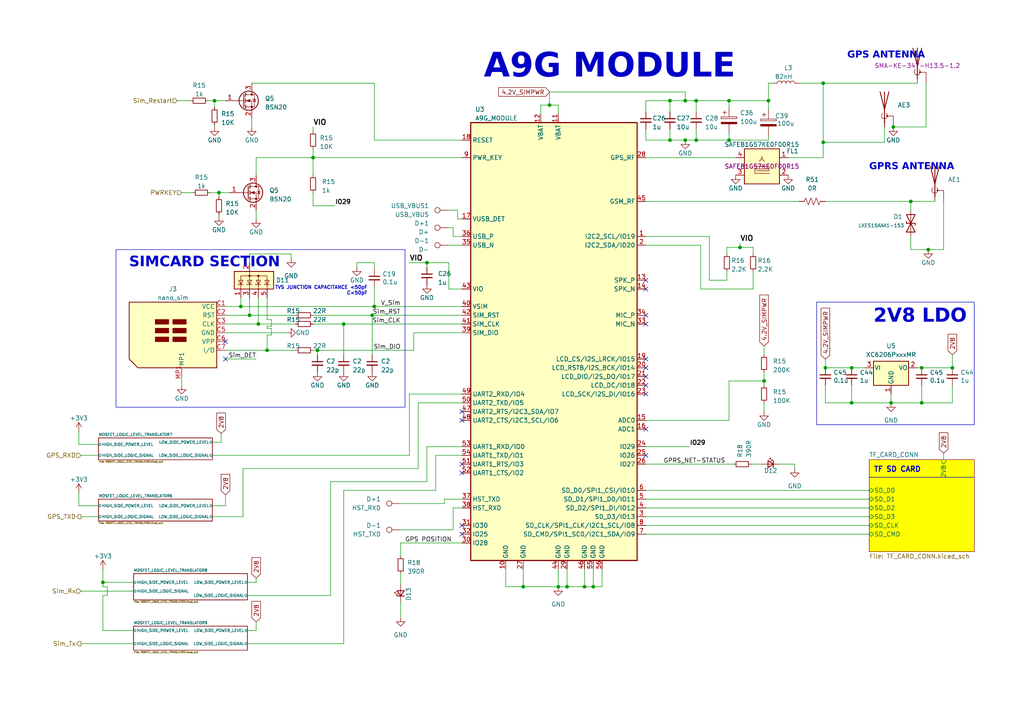
<source format=kicad_sch>
(kicad_sch (version 20230121) (generator eeschema)
  (paper "A4")
  (junction (at 161.925 170.18))
  (junction (at 267.335 116.84))
  (junction (at 69.85 88.9))
  (junction (at 172.085 170.18))
  (junction (at 151.765 170.18))
  (junction (at 269.24 72.39))
  (junction (at 194.31 29.21))
  (junction (at 222.885 29.21))
  (junction (at 194.31 40.64))
  (junction (at 247.015 106.68))
  (junction (at 92.075 101.6))
  (junction (at 276.225 106.68))
  (junction (at 29.845 168.91))
  (junction (at 159.385 30.48))
  (junction (at 198.755 40.64))
  (junction (at 214.63 71.755))
  (junction (at 108.585 88.9))
  (junction (at 238.76 41.275))
  (junction (at 221.615 110.49))
  (junction (at 247.015 116.84))
  (junction (at 211.455 40.64))
  (junction (at 99.695 93.98))
  (junction (at 264.16 58.42))
  (junction (at 63.5 55.88))
  (junction (at 107.95 91.44))
  (junction (at 201.93 29.21))
  (junction (at 123.825 76.2))
  (junction (at 239.395 106.68))
  (junction (at 62.23 29.21))
  (junction (at 258.445 116.84))
  (junction (at 90.805 45.72))
  (junction (at 201.93 40.64))
  (junction (at 74.93 93.98))
  (junction (at 72.39 91.44))
  (junction (at 198.755 29.21))
  (junction (at 267.335 106.68))
  (junction (at 259.08 36.83))
  (junction (at 164.465 170.18))
  (junction (at 77.47 101.6))
  (junction (at 211.455 29.21))
  (junction (at 169.545 170.18))
  (junction (at 238.76 24.13))
  (no_connect (at 187.325 111.76))
  (no_connect (at 187.325 91.44))
  (no_connect (at 187.325 104.14))
  (no_connect (at 133.985 119.38))
  (no_connect (at 187.325 83.82))
  (no_connect (at 187.325 114.3))
  (no_connect (at 187.325 132.08))
  (no_connect (at 187.325 109.22))
  (no_connect (at 133.985 134.62))
  (no_connect (at 133.985 154.94))
  (no_connect (at 187.325 124.46))
  (no_connect (at 187.325 93.98))
  (no_connect (at 187.325 81.28))
  (no_connect (at 133.985 121.92))
  (no_connect (at 65.405 99.06))
  (no_connect (at 133.985 137.16))
  (no_connect (at 65.405 104.14))
  (no_connect (at 187.325 106.68))
  (no_connect (at 133.985 152.4))
  (wire (pts (xy 108.585 76.2) (xy 108.585 78.105)))
  (wire (pts (xy 90.805 45.72) (xy 133.985 45.72)))
  (wire (pts (xy 211.455 110.49) (xy 221.615 110.49)))
  (wire (pts (xy 73.025 34.29) (xy 73.025 36.83)))
  (wire (pts (xy 74.295 182.88) (xy 71.755 182.88)))
  (wire (pts (xy 107.95 102.87) (xy 107.95 91.44)))
  (wire (pts (xy 159.385 26.67) (xy 198.755 26.67)))
  (wire (pts (xy 62.23 31.115) (xy 62.23 29.21)))
  (wire (pts (xy 90.805 93.98) (xy 99.695 93.98)))
  (wire (pts (xy 267.335 106.68) (xy 276.225 106.68)))
  (wire (pts (xy 108.585 24.13) (xy 108.585 40.64)))
  (wire (pts (xy 264.16 60.96) (xy 264.16 58.42)))
  (wire (pts (xy 126.365 142.24) (xy 99.695 142.24)))
  (wire (pts (xy 273.685 131.445) (xy 273.685 133.35)))
  (wire (pts (xy 198.755 26.67) (xy 198.755 29.21)))
  (wire (pts (xy 200.025 129.54) (xy 187.325 129.54)))
  (wire (pts (xy 63.5 55.88) (xy 66.675 55.88)))
  (wire (pts (xy 264.16 72.39) (xy 269.24 72.39)))
  (wire (pts (xy 90.805 36.83) (xy 90.805 38.1)))
  (wire (pts (xy 62.23 36.83) (xy 62.23 36.195)))
  (wire (pts (xy 187.325 58.42) (xy 231.775 58.42)))
  (wire (pts (xy 264.16 58.42) (xy 271.145 58.42)))
  (wire (pts (xy 77.47 95.25) (xy 78.74 95.25)))
  (wire (pts (xy 222.885 31.75) (xy 222.885 29.21)))
  (wire (pts (xy 221.615 110.49) (xy 221.615 111.76)))
  (wire (pts (xy 71.755 172.72) (xy 95.885 172.72)))
  (wire (pts (xy 239.395 58.42) (xy 264.16 58.42)))
  (wire (pts (xy 23.495 149.86) (xy 28.575 149.86)))
  (wire (pts (xy 71.755 186.69) (xy 99.695 186.69)))
  (wire (pts (xy 164.465 165.1) (xy 164.465 170.18)))
  (wire (pts (xy 239.395 106.68) (xy 247.015 106.68)))
  (wire (pts (xy 201.93 37.465) (xy 201.93 40.64)))
  (wire (pts (xy 65.405 91.44) (xy 72.39 91.44)))
  (wire (pts (xy 22.86 128.905) (xy 28.575 128.905)))
  (wire (pts (xy 123.825 129.54) (xy 133.985 129.54)))
  (wire (pts (xy 238.76 24.13) (xy 266.065 24.13)))
  (wire (pts (xy 132.715 60.96) (xy 132.715 63.5)))
  (wire (pts (xy 130.175 71.12) (xy 133.985 71.12)))
  (wire (pts (xy 194.31 29.21) (xy 194.31 32.385)))
  (wire (pts (xy 203.2 83.82) (xy 203.2 71.12)))
  (wire (pts (xy 276.225 116.84) (xy 276.225 111.76)))
  (wire (pts (xy 65.405 93.98) (xy 74.93 93.98)))
  (wire (pts (xy 222.885 29.21) (xy 211.455 29.21)))
  (wire (pts (xy 258.445 116.84) (xy 258.445 114.3)))
  (wire (pts (xy 108.585 40.64) (xy 133.985 40.64)))
  (wire (pts (xy 203.2 83.82) (xy 218.44 83.82)))
  (wire (pts (xy 74.93 93.98) (xy 85.725 93.98)))
  (wire (pts (xy 198.755 40.64) (xy 201.93 40.64)))
  (wire (pts (xy 187.325 147.32) (xy 252.095 147.32)))
  (wire (pts (xy 269.24 72.39) (xy 273.685 72.39)))
  (wire (pts (xy 130.175 66.04) (xy 131.445 66.04)))
  (wire (pts (xy 51.435 29.21) (xy 55.245 29.21)))
  (wire (pts (xy 151.765 165.1) (xy 151.765 170.18)))
  (wire (pts (xy 74.93 86.36) (xy 74.93 93.98)))
  (wire (pts (xy 116.205 166.37) (xy 116.205 169.545)))
  (wire (pts (xy 161.925 30.48) (xy 161.925 33.02)))
  (wire (pts (xy 52.705 55.88) (xy 55.88 55.88)))
  (wire (pts (xy 123.825 139.7) (xy 123.825 129.54)))
  (wire (pts (xy 205.74 68.58) (xy 205.74 81.28)))
  (wire (pts (xy 131.445 147.32) (xy 133.985 147.32)))
  (wire (pts (xy 130.175 76.2) (xy 130.175 83.82)))
  (wire (pts (xy 31.115 172.72) (xy 31.115 170.18)))
  (wire (pts (xy 64.135 125.73) (xy 64.135 128.27)))
  (wire (pts (xy 201.93 29.21) (xy 211.455 29.21)))
  (wire (pts (xy 120.015 96.52) (xy 120.015 101.6)))
  (wire (pts (xy 123.825 76.2) (xy 130.175 76.2)))
  (wire (pts (xy 198.755 29.21) (xy 201.93 29.21)))
  (wire (pts (xy 84.455 73.66) (xy 84.455 74.93)))
  (wire (pts (xy 65.405 88.9) (xy 69.85 88.9)))
  (wire (pts (xy 77.47 94.615) (xy 77.47 95.25)))
  (wire (pts (xy 217.805 134.62) (xy 220.98 134.62)))
  (wire (pts (xy 226.06 134.62) (xy 230.505 134.62)))
  (wire (pts (xy 159.385 30.48) (xy 161.925 30.48)))
  (wire (pts (xy 90.805 45.72) (xy 90.805 50.8)))
  (wire (pts (xy 214.63 70.485) (xy 214.63 71.755)))
  (wire (pts (xy 116.205 157.48) (xy 133.985 157.48)))
  (wire (pts (xy 78.74 97.155) (xy 77.47 97.155)))
  (wire (pts (xy 99.695 142.24) (xy 99.695 186.69)))
  (wire (pts (xy 116.205 153.67) (xy 131.445 153.67)))
  (wire (pts (xy 90.805 91.44) (xy 107.95 91.44)))
  (wire (pts (xy 52.705 109.22) (xy 52.705 111.76)))
  (wire (pts (xy 72.39 91.44) (xy 72.39 86.36)))
  (wire (pts (xy 65.405 104.14) (xy 74.295 104.14)))
  (wire (pts (xy 256.54 41.275) (xy 238.76 41.275)))
  (wire (pts (xy 128.905 146.05) (xy 116.205 146.05)))
  (wire (pts (xy 133.985 144.78) (xy 128.905 144.78)))
  (wire (pts (xy 187.325 154.94) (xy 252.095 154.94)))
  (wire (pts (xy 130.175 83.82) (xy 133.985 83.82)))
  (wire (pts (xy 29.845 165.1) (xy 29.845 168.91)))
  (wire (pts (xy 247.015 116.84) (xy 258.445 116.84)))
  (wire (pts (xy 172.085 170.18) (xy 174.625 170.18)))
  (wire (pts (xy 29.845 172.72) (xy 31.115 172.72)))
  (wire (pts (xy 156.845 30.48) (xy 156.845 33.02)))
  (wire (pts (xy 77.47 86.36) (xy 77.47 92.71)))
  (wire (pts (xy 61.595 128.27) (xy 64.135 128.27)))
  (wire (pts (xy 211.455 121.92) (xy 211.455 110.49)))
  (wire (pts (xy 70.485 135.89) (xy 70.485 149.86)))
  (wire (pts (xy 187.325 121.92) (xy 211.455 121.92)))
  (wire (pts (xy 266.065 106.68) (xy 267.335 106.68)))
  (wire (pts (xy 65.405 101.6) (xy 77.47 101.6)))
  (wire (pts (xy 74.295 167.64) (xy 74.295 168.91)))
  (wire (pts (xy 169.545 165.1) (xy 169.545 170.18)))
  (wire (pts (xy 132.715 63.5) (xy 133.985 63.5)))
  (wire (pts (xy 77.47 94.615) (xy 78.74 94.615)))
  (wire (pts (xy 95.885 139.7) (xy 123.825 139.7)))
  (wire (pts (xy 264.16 68.58) (xy 264.16 72.39)))
  (wire (pts (xy 90.805 43.18) (xy 90.805 45.72)))
  (wire (pts (xy 69.85 88.9) (xy 69.85 86.36)))
  (wire (pts (xy 131.445 66.04) (xy 131.445 68.58)))
  (wire (pts (xy 73.025 24.13) (xy 108.585 24.13)))
  (wire (pts (xy 22.86 142.875) (xy 22.86 146.685)))
  (wire (pts (xy 108.585 83.185) (xy 108.585 88.9)))
  (wire (pts (xy 74.295 45.72) (xy 90.805 45.72)))
  (wire (pts (xy 239.395 104.14) (xy 239.395 106.68)))
  (wire (pts (xy 239.395 111.76) (xy 239.395 116.84)))
  (wire (pts (xy 164.465 170.18) (xy 169.545 170.18)))
  (wire (pts (xy 131.445 68.58) (xy 133.985 68.58)))
  (wire (pts (xy 126.365 132.08) (xy 126.365 142.24)))
  (wire (pts (xy 273.685 58.42) (xy 273.685 72.39)))
  (wire (pts (xy 198.755 29.21) (xy 194.31 29.21)))
  (wire (pts (xy 74.295 50.8) (xy 74.295 45.72)))
  (wire (pts (xy 210.82 71.755) (xy 210.82 73.66)))
  (wire (pts (xy 221.615 119.38) (xy 221.615 116.84)))
  (wire (pts (xy 131.445 153.67) (xy 131.445 147.32)))
  (wire (pts (xy 187.325 134.62) (xy 212.725 134.62)))
  (wire (pts (xy 133.985 132.08) (xy 126.365 132.08)))
  (wire (pts (xy 95.885 172.72) (xy 95.885 139.7)))
  (wire (pts (xy 90.805 101.6) (xy 92.075 101.6)))
  (wire (pts (xy 238.76 41.275) (xy 238.76 45.72)))
  (wire (pts (xy 259.08 36.83) (xy 268.605 36.83)))
  (wire (pts (xy 65.405 146.685) (xy 61.595 146.685)))
  (wire (pts (xy 238.76 24.13) (xy 238.76 41.275)))
  (wire (pts (xy 174.625 170.18) (xy 174.625 165.1)))
  (wire (pts (xy 128.905 144.78) (xy 128.905 146.05)))
  (wire (pts (xy 161.925 170.18) (xy 164.465 170.18)))
  (wire (pts (xy 77.47 101.6) (xy 85.725 101.6)))
  (wire (pts (xy 218.44 73.66) (xy 218.44 71.755)))
  (wire (pts (xy 133.985 116.84) (xy 121.285 116.84)))
  (wire (pts (xy 211.455 31.115) (xy 211.455 29.21)))
  (wire (pts (xy 60.96 55.88) (xy 63.5 55.88)))
  (wire (pts (xy 107.95 91.44) (xy 133.985 91.44)))
  (wire (pts (xy 23.495 132.08) (xy 28.575 132.08)))
  (wire (pts (xy 74.295 180.34) (xy 74.295 182.88)))
  (wire (pts (xy 116.205 174.625) (xy 116.205 179.07)))
  (polyline (pts (xy 252.095 138.43) (xy 282.575 138.43)))
  (wire (pts (xy 121.285 135.89) (xy 70.485 135.89)))
  (wire (pts (xy 187.325 149.86) (xy 252.095 149.86)))
  (wire (pts (xy 159.385 30.48) (xy 156.845 30.48)))
  (wire (pts (xy 63.5 62.865) (xy 63.5 62.23)))
  (wire (pts (xy 224.155 24.13) (xy 222.885 24.13)))
  (wire (pts (xy 118.745 76.2) (xy 123.825 76.2)))
  (wire (pts (xy 214.63 71.755) (xy 210.82 71.755)))
  (wire (pts (xy 90.805 59.69) (xy 97.155 59.69)))
  (wire (pts (xy 211.455 40.64) (xy 211.455 38.735)))
  (wire (pts (xy 118.745 114.3) (xy 133.985 114.3)))
  (wire (pts (xy 60.325 29.21) (xy 62.23 29.21)))
  (wire (pts (xy 222.885 39.37) (xy 222.885 40.64)))
  (wire (pts (xy 23.495 186.69) (xy 38.735 186.69)))
  (wire (pts (xy 187.325 68.58) (xy 205.74 68.58)))
  (wire (pts (xy 63.5 57.15) (xy 63.5 55.88)))
  (wire (pts (xy 146.685 170.18) (xy 151.765 170.18)))
  (wire (pts (xy 62.23 29.21) (xy 65.405 29.21)))
  (wire (pts (xy 130.175 60.96) (xy 132.715 60.96)))
  (wire (pts (xy 230.505 134.62) (xy 230.505 135.89)))
  (wire (pts (xy 78.74 95.25) (xy 78.74 97.155)))
  (wire (pts (xy 211.455 40.64) (xy 222.885 40.64)))
  (wire (pts (xy 118.745 132.08) (xy 118.745 114.3)))
  (wire (pts (xy 28.575 146.685) (xy 22.86 146.685)))
  (wire (pts (xy 218.44 78.74) (xy 218.44 83.82)))
  (wire (pts (xy 159.385 26.67) (xy 159.385 30.48)))
  (wire (pts (xy 187.325 45.72) (xy 213.36 45.72)))
  (wire (pts (xy 31.115 170.18) (xy 29.845 170.18)))
  (wire (pts (xy 221.615 100.33) (xy 221.615 102.87)))
  (wire (pts (xy 194.31 37.465) (xy 194.31 40.64)))
  (wire (pts (xy 151.765 170.18) (xy 161.925 170.18)))
  (wire (pts (xy 103.505 76.2) (xy 108.585 76.2)))
  (wire (pts (xy 65.405 143.51) (xy 65.405 146.685)))
  (wire (pts (xy 161.925 165.1) (xy 161.925 170.18)))
  (wire (pts (xy 194.31 40.64) (xy 198.755 40.64)))
  (wire (pts (xy 221.615 107.95) (xy 221.615 110.49)))
  (wire (pts (xy 78.74 92.71) (xy 78.74 94.615)))
  (wire (pts (xy 77.47 92.71) (xy 78.74 92.71)))
  (wire (pts (xy 205.74 81.28) (xy 210.82 81.28)))
  (wire (pts (xy 92.075 101.6) (xy 92.075 102.87)))
  (wire (pts (xy 116.205 157.48) (xy 116.205 161.29)))
  (wire (pts (xy 90.805 55.88) (xy 90.805 59.69)))
  (wire (pts (xy 203.2 71.12) (xy 187.325 71.12)))
  (wire (pts (xy 121.285 116.84) (xy 121.285 135.89)))
  (wire (pts (xy 133.985 96.52) (xy 120.015 96.52)))
  (wire (pts (xy 187.325 37.465) (xy 187.325 40.64)))
  (wire (pts (xy 222.885 24.13) (xy 222.885 29.21)))
  (wire (pts (xy 65.405 96.52) (xy 83.185 96.52)))
  (wire (pts (xy 29.845 172.72) (xy 29.845 182.88)))
  (wire (pts (xy 99.695 102.87) (xy 99.695 93.98)))
  (wire (pts (xy 218.44 71.755) (xy 214.63 71.755)))
  (wire (pts (xy 194.31 29.21) (xy 187.325 29.21)))
  (wire (pts (xy 239.395 116.84) (xy 247.015 116.84)))
  (wire (pts (xy 103.505 77.47) (xy 103.505 76.2)))
  (wire (pts (xy 187.325 40.64) (xy 194.31 40.64)))
  (wire (pts (xy 187.325 29.21) (xy 187.325 32.385)))
  (wire (pts (xy 108.585 88.9) (xy 133.985 88.9)))
  (wire (pts (xy 247.015 106.68) (xy 250.825 106.68)))
  (wire (pts (xy 72.39 73.66) (xy 72.39 76.2)))
  (wire (pts (xy 210.82 78.74) (xy 210.82 81.28)))
  (wire (pts (xy 99.695 93.98) (xy 133.985 93.98)))
  (wire (pts (xy 29.845 168.91) (xy 29.845 170.18)))
  (wire (pts (xy 38.735 168.91) (xy 29.845 168.91)))
  (wire (pts (xy 187.325 142.24) (xy 252.095 142.24)))
  (wire (pts (xy 23.495 171.45) (xy 38.735 171.45)))
  (wire (pts (xy 38.735 182.88) (xy 29.845 182.88)))
  (wire (pts (xy 74.295 60.96) (xy 74.295 63.5)))
  (wire (pts (xy 77.47 97.155) (xy 77.47 101.6)))
  (wire (pts (xy 69.85 88.9) (xy 108.585 88.9)))
  (wire (pts (xy 228.6 45.72) (xy 238.76 45.72)))
  (wire (pts (xy 268.605 36.83) (xy 268.605 24.13)))
  (wire (pts (xy 61.595 149.86) (xy 70.485 149.86)))
  (wire (pts (xy 172.085 165.1) (xy 172.085 170.18)))
  (wire (pts (xy 267.335 111.76) (xy 267.335 116.84)))
  (wire (pts (xy 201.93 40.64) (xy 211.455 40.64)))
  (wire (pts (xy 247.015 111.76) (xy 247.015 116.84)))
  (wire (pts (xy 71.755 168.91) (xy 74.295 168.91)))
  (wire (pts (xy 201.93 29.21) (xy 201.93 32.385)))
  (wire (pts (xy 256.54 36.83) (xy 256.54 41.275)))
  (wire (pts (xy 276.225 102.87) (xy 276.225 106.68)))
  (wire (pts (xy 146.685 165.1) (xy 146.685 170.18)))
  (wire (pts (xy 258.445 116.84) (xy 267.335 116.84)))
  (wire (pts (xy 187.325 144.78) (xy 252.095 144.78)))
  (wire (pts (xy 267.335 116.84) (xy 276.225 116.84)))
  (wire (pts (xy 72.39 91.44) (xy 85.725 91.44)))
  (wire (pts (xy 238.76 24.13) (xy 231.775 24.13)))
  (wire (pts (xy 84.455 73.66) (xy 72.39 73.66)))
  (wire (pts (xy 22.86 125.095) (xy 22.86 128.905)))
  (wire (pts (xy 169.545 170.18) (xy 172.085 170.18)))
  (wire (pts (xy 92.075 101.6) (xy 120.015 101.6)))
  (wire (pts (xy 123.825 76.2) (xy 123.825 77.47)))
  (wire (pts (xy 187.325 152.4) (xy 252.095 152.4)))
  (wire (pts (xy 61.595 132.08) (xy 118.745 132.08)))
  (rectangle (start 236.855 87.63) (end 282.575 123.19))
  (rectangle (start 33.655 72.39) (end 117.475 118.11))
  (text "GPS ANTENNA" (at 245.745 17.78 0) (effects (font (size 2 2) (thickness 0.4) bold) (justify left bottom)))
  (text "SIMCARD SECTION" (at 37.465 78.74 0) (effects (font (size 3 3) (thickness 0.6) bold) (justify left bottom)))
  (text "TVS JUNCTION CAPACITANCE <50pF\nC<50pF" (at 106.68 85.725 0) (effects (font (size 1 1) bold) (justify right bottom)))
  (text "2V8 LDO" (at 253.365 95.25 0) (effects (font (size 4 4) bold) (justify left bottom)))
  (text "A9G MODULE" (at 140.335 25.4 0) (effects (font (size 7 7) bold) (justify left bottom)))
  (text "TF SD CARD" (at 253.365 137.16 0) (effects (font (size 1.5 1.5) (thickness 0.3) bold) (justify left bottom)))
  (text "GPRS ANTENNA" (at 252.095 50.165 0) (effects (font (size 2 2) (thickness 0.4) bold) (justify left bottom)))
  (label "IO29" (at 97.155 59.69 0) (effects (font bold)))
  (label "IO29" (at 200.025 129.54 0) (effects (font bold)))
  (label "Sim_CLK" (at 116.205 93.98 180))
  (label "Sim_RST" (at 116.205 91.44 180))
  (label "Sim_DET" (at 74.295 104.14 180))
  (label "Sim_DIO" (at 116.205 101.6 180))
  (label "VIO" (at 214.63 70.485 0) (effects (font (size 1.5 1.5) (thickness 0.3) bold)))
  (label "VIO" (at 118.745 76.2 0) (effects (font (size 1.5 1.5) (thickness 0.3) bold)))
  (label "GPRS_NET-STATUS" (at 192.405 134.62 0))
  (label "V_Sim" (at 116.205 88.9 180))
  (label "GPS POSITION" (at 117.475 157.48 0))
  (label "VIO" (at 90.805 36.83 0) (effects (font (size 1.5 1.5) (thickness 0.3) bold)))
  (global_label "2V8" (shape input) (at 64.135 125.73 90) (property "Intersheetrefs" "${INTERSHEET_REFS}" (effects hide)))
  (global_label "2V8" (shape input) (at 273.685 131.445 90) (property "Intersheetrefs" "${INTERSHEET_REFS}" (effects hide)))
  (global_label "4.2V_SIMPWR" (shape input) (at 239.395 104.14 90) (property "Intersheetrefs" "${INTERSHEET_REFS}" (effects hide)))
  (global_label "2V8" (shape input) (at 65.405 143.51 90) (property "Intersheetrefs" "${INTERSHEET_REFS}" (effects hide)))
  (global_label "4.2V_SIMPWR" (shape input) (at 159.385 26.67 180) (property "Intersheetrefs" "${INTERSHEET_REFS}" (effects hide)))
  (global_label "4.2V_SIMPWR" (shape input) (at 221.615 100.33 90) (property "Intersheetrefs" "${INTERSHEET_REFS}" (effects hide)))
  (global_label "2V8" (shape input) (at 74.295 167.64 90) (property "Intersheetrefs" "${INTERSHEET_REFS}" (effects hide)))
  (global_label "2V8" (shape input) (at 74.295 180.34 90) (property "Intersheetrefs" "${INTERSHEET_REFS}" (effects hide)))
  (global_label "2V8" (shape input) (at 276.225 102.87 90) (property "Intersheetrefs" "${INTERSHEET_REFS}" (effects hide)))
  (hierarchical_label "PWRKEY" (shape input) (at 52.705 55.88 180))
  (hierarchical_label "GPS_TXD" (shape output) (at 23.495 149.86 180))
  (hierarchical_label "Sim_Restart" (shape input) (at 51.435 29.21 180))
  (hierarchical_label "Sim_Rx" (shape input) (at 23.495 171.45 180))
  (hierarchical_label "GPS_RXD" (shape input) (at 23.495 132.08 180))
  (hierarchical_label "Sim_Tx" (shape output) (at 23.495 186.69 180))
  (symbol (lib_id "Device:Antenna_Shield") (at 256.54 31.75 0) (unit 1)
    (property "Reference" "AE3" (at 260.35 30.48 0) (effects (justify left)))
    (property "Value" "Antenna_Shield" (effects hide))
    (property "Footprint" "greencharge-footprints:UFL_COAX_CONN23370191" (effects hide))
  )
  (symbol (lib_id "Transistor_FET:BSN20") (at 71.755 55.88 0) (unit 1)
    (property "Reference" "Q5" (at 78.105 55.245 0) (effects (justify left)))
    (property "Value" "BSN20" (at 78.105 57.785 0) (effects (justify left)))
    (property "Footprint" "Package_TO_SOT_SMD:SOT-23" (effects hide))
    (property "Datasheet" "http://www.diodes.com/assets/Datasheets/ds31898.pdf" (effects hide))
    (instances (project "SIM7000G_GPS_GPRS_MODULE" (path "" (reference "Q5") (unit 1))) (project "GPS_MODULE_V3.kicad_pro" (path "" (reference "Q3") (unit 1))) (project "proxy_obdII_logger_hardware" (path "" (reference "Q5") (unit 1))) (project "Weather_Station_Project" (path "" (reference "Q5") (unit 1))) (project "BIM_PCB" (path "" (reference "Q6") (unit 1))) (project "SIM_Module_Interface" (path "" (reference "Q5") (unit 1))) (project "ELIESTER_V2" (path "" (reference "Q8") (unit 1))))
  )
  (symbol (lib_id "Device:R_Small") (at 90.805 53.34 180) (unit 1)
    (property "Reference" "R15" (at 93.345 52.705 0) (effects (justify right)))
    (property "Value" "1k" (at 93.345 55.245 0) (effects (justify right)))
    (property "Footprint" "Resistor_SMD:R_0402_1005Metric" (effects hide))
    (instances (project "SIM7000G_GPS_GPRS_MODULE" (path "" (reference "R15") (unit 1))) (project "GPS_MODULE_V3.kicad_pro" (path "" (reference "R12") (unit 1))) (project "proxy_obdII_logger_hardware" (path "" (reference "R15") (unit 1))) (project "Weather_Station_Project" (path "" (reference "R15") (unit 1))) (project "BIM_PCB" (path "" (reference "R23") (unit 1))) (project "SIM_Module_Interface" (path "" (reference "R15") (unit 1))) (project "ELIESTER_V2" (path "" (reference "R60") (unit 1))))
  )
  (symbol (lib_id "Device:R_Small") (at 90.805 40.64 180) (unit 1)
    (property "Reference" "R15" (at 92.71 40.005 0) (effects (justify right)))
    (property "Value" "10K" (at 92.71 42.545 0) (effects (justify right)))
    (property "Footprint" "Resistor_SMD:R_0402_1005Metric" (effects hide))
    (instances (project "SIM7000G_GPS_GPRS_MODULE" (path "" (reference "R15") (unit 1))) (project "GPS_MODULE_V3.kicad_pro" (path "" (reference "R11") (unit 1))) (project "proxy_obdII_logger_hardware" (path "" (reference "R15") (unit 1))) (project "Weather_Station_Project" (path "" (reference "R16") (unit 1))) (project "BIM_PCB" (path "" (reference "R22") (unit 1))) (project "SIM_Module_Interface" (path "" (reference "R15") (unit 1))) (project "ELIESTER_V2" (path "" (reference "R61") (unit 1))))
  )
  (symbol (lib_id "Device:R_Small") (at 63.5 59.69 180) (unit 1)
    (property "Reference" "R15" (at 65.405 59.055 0) (effects (justify right)))
    (property "Value" "10K" (at 65.405 61.595 0) (effects (justify right)))
    (property "Footprint" "Resistor_SMD:R_0402_1005Metric" (effects hide))
    (instances (project "SIM7000G_GPS_GPRS_MODULE" (path "" (reference "R15") (unit 1))) (project "GPS_MODULE_V3.kicad_pro" (path "" (reference "R14") (unit 1))) (project "proxy_obdII_logger_hardware" (path "" (reference "R15") (unit 1))) (project "Weather_Station_Project" (path "" (reference "R16") (unit 1))) (project "BIM_PCB" (path "" (reference "R25") (unit 1))) (project "SIM_Module_Interface" (path "" (reference "R15") (unit 1))) (project "ELIESTER_V2" (path "" (reference "R61") (unit 1))))
  )
  (symbol (lib_id "Device:LED_Small") (at 223.52 134.62 0) (mirror y) (unit 1)
    (property "Reference" "D12" (at 223.52 136.525 0))
    (property "Value" "ORANGE" (effects hide))
    (property "Footprint" "LED_SMD:LED_0402_1005Metric" (effects hide))
    (instances (project "SIM7000G_GPS_GPRS_MODULE" (path "" (reference "D12") (unit 1))) (project "GPS_MODULE_V3.kicad_pro" (path "" (reference "D8") (unit 1))) (project "proxy_obdII_logger_hardware" (path "" (reference "D12") (unit 1))) (project "Weather_Station_Project" (path "" (reference "D3") (unit 1))) (project "BIM_PCB" (path "" (reference "D5") (unit 1))) (project "SIM_Module_Interface" (path "" (reference "D12") (unit 1))) (project "ELIESTER_V2" (path "" (reference "D20") (unit 1))))
  )
  (symbol (lib_id "power:+3V3") (at 29.845 165.1 0) (unit 1)
    (property "Reference" "#PWR035" (effects hide))
    (property "Value" "+3V3" (at 29.845 161.29 0))
    (instances (project "GPS_MODULE_V3.kicad_pro" (path "" (reference "#PWR035") (unit 1))) (project "BIM_PCB" (path "" (reference "#PWR0131") (unit 1))) (project "ELIESTER_V2" (path "" (reference "#PWR075") (unit 1))))
  )
  (symbol (lib_id "power:GND") (at 221.615 119.38 0) (unit 1)
    (property "Reference" "#PWR031" (effects hide))
    (property "Value" "GND" (at 221.615 123.19 0))
    (instances (project "SIM7000G_GPS_GPRS_MODULE" (path "" (reference "#PWR031") (unit 1))) (project "GPS_MODULE_V3.kicad_pro" (path "" (reference "#PWR031") (unit 1))) (project "proxy_obdII_logger_hardware" (path "" (reference "#PWR031") (unit 1))) (project "Weather_Station_Project" (path "" (reference "#PWR023") (unit 1))) (project "BIM_PCB" (path "" (reference "#PWR0124") (unit 1))) (project "SIM_Module_Interface" (path "" (reference "#PWR031") (unit 1))) (project "ELIESTER_V2" (path "" (reference "#PWR0154") (unit 1))))
  )
  (symbol (lib_id "Device:C_Small") (at 92.075 105.41 0) (mirror y) (unit 1)
    (property "Reference" "C2" (at 94.615 104.7813 0) (effects (justify right)))
    (property "Value" "22p" (at 94.615 107.3213 0) (effects (justify right)))
    (property "Footprint" "Capacitor_SMD:C_0402_1005Metric" (effects hide))
    (instances (project "SIM7000G_GPS_GPRS_MODULE" (path "" (reference "C2") (unit 1))) (project "GPS_MODULE_V3.kicad_pro" (path "" (reference "C21") (unit 1))) (project "Weather_Station_Project" (path "" (reference "C2") (unit 1))) (project "BIM_PCB" (path "" (reference "C18") (unit 1))) (project "ELIESTER_V2" (path "" (reference "C87") (unit 1))))
  )
  (symbol (lib_id "Connector:TestPoint") (at 116.205 146.05 90) (mirror x) (unit 1)
    (property "Reference" "D+1" (at 110.49 144.78 90) (effects (justify left)))
    (property "Value" "HST_RXD" (at 110.49 147.32 90) (effects (justify left)))
    (property "Footprint" "brilliant-kicad-library:TestPoint_Pad_D0.9mm" (effects hide))
    (instances (project "SIM7000G_GPS_GPRS_MODULE" (path "" (reference "D+1") (unit 1))) (project "GPS_MODULE_V3.kicad_pro" (path "" (reference "HST_RXD1") (unit 1))) (project "Weather_Station_Project" (path "" (reference "D+1") (unit 1))) (project "BIM_PCB" (path "" (reference "HST_RXD1") (unit 1))) (project "ELIESTER_V2" (path "" (reference "D+1") (unit 1))))
  )
  (symbol (lib_id "Device:R_Small") (at 62.23 33.655 180) (unit 1)
    (property "Reference" "R15" (at 64.135 33.02 0) (effects (justify right)))
    (property "Value" "10K" (at 64.135 35.56 0) (effects (justify right)))
    (property "Footprint" "Resistor_SMD:R_0402_1005Metric" (effects hide))
    (instances (project "SIM7000G_GPS_GPRS_MODULE" (path "" (reference "R15") (unit 1))) (project "GPS_MODULE_V3.kicad_pro" (path "" (reference "R10") (unit 1))) (project "proxy_obdII_logger_hardware" (path "" (reference "R15") (unit 1))) (project "Weather_Station_Project" (path "" (reference "R14") (unit 1))) (project "BIM_PCB" (path "" (reference "R21") (unit 1))) (project "SIM_Module_Interface" (path "" (reference "R15") (unit 1))) (project "ELIESTER_V2" (path "" (reference "R59") (unit 1))))
  )
  (symbol (lib_id "power:GND") (at 230.505 135.89 0) (unit 1)
    (property "Reference" "#PWR033" (effects hide))
    (property "Value" "GND" (at 230.505 140.97 0))
    (instances (project "GPS_MODULE_V3.kicad_pro" (path "" (reference "#PWR033") (unit 1))) (project "BIM_PCB" (path "" (reference "#PWR099") (unit 1))) (project "ELIESTER_V2" (path "" (reference "#PWR0137") (unit 1))))
  )
  (symbol (lib_id "Regulator_Linear:XC6206PxxxMR") (at 258.445 106.68 0) (unit 1)
    (property "Reference" "U5" (at 258.445 100.33 0))
    (property "Value" "XC6206PxxxMR" (at 258.445 102.87 0))
    (property "Footprint" "Package_TO_SOT_SMD:SOT-23-3" (effects hide))
    (property "Datasheet" "https://www.torexsemi.com/file/xc6206/XC6206.pdf" (effects hide))
    (instances (project "GPS_MODULE_V3.kicad_pro" (path "" (reference "U5") (unit 1))) (project "BIM_PCB" (path "" (reference "U?") (unit 1)) (path "" (reference "U17") (unit 1))))
  )
  (symbol (lib_id "Device:R_Small") (at 57.785 29.21 90) (unit 1)
    (property "Reference" "R15" (at 57.785 24.765 90))
    (property "Value" "1k" (at 57.785 27.305 90))
    (property "Footprint" "Resistor_SMD:R_0402_1005Metric" (effects hide))
    (instances (project "SIM7000G_GPS_GPRS_MODULE" (path "" (reference "R15") (unit 1))) (project "GPS_MODULE_V3.kicad_pro" (path "" (reference "R9") (unit 1))) (project "proxy_obdII_logger_hardware" (path "" (reference "R15") (unit 1))) (project "Weather_Station_Project" (path "" (reference "R6") (unit 1))) (project "BIM_PCB" (path "" (reference "R20") (unit 1))) (project "SIM_Module_Interface" (path "" (reference "R15") (unit 1))) (project "ELIESTER_V2" (path "" (reference "R58") (unit 1))))
  )
  (symbol (lib_id "Device:C_Small") (at 107.95 105.41 0) (mirror y) (unit 1)
    (property "Reference" "C2" (at 110.49 104.7813 0) (effects (justify right)))
    (property "Value" "22p" (at 110.49 107.3213 0) (effects (justify right)))
    (property "Footprint" "Capacitor_SMD:C_0402_1005Metric" (effects hide))
    (instances (project "SIM7000G_GPS_GPRS_MODULE" (path "" (reference "C2") (unit 1))) (project "GPS_MODULE_V3.kicad_pro" (path "" (reference "C23") (unit 1))) (project "Weather_Station_Project" (path "" (reference "C2") (unit 1))) (project "BIM_PCB" (path "" (reference "C20") (unit 1))) (project "ELIESTER_V2" (path "" (reference "C89") (unit 1))))
  )
  (symbol (lib_id "power:GND") (at 73.025 36.83 0) (unit 1)
    (property "Reference" "#PWR031" (effects hide))
    (property "Value" "GND" (at 73.025 40.64 0))
    (instances (project "SIM7000G_GPS_GPRS_MODULE" (path "" (reference "#PWR031") (unit 1))) (project "GPS_MODULE_V3.kicad_pro" (path "" (reference "#PWR08") (unit 1))) (project "proxy_obdII_logger_hardware" (path "" (reference "#PWR031") (unit 1))) (project "Weather_Station_Project" (path "" (reference "#PWR05") (unit 1))) (project "BIM_PCB" (path "" (reference "#PWR017") (unit 1))) (project "SIM_Module_Interface" (path "" (reference "#PWR031") (unit 1))) (project "ELIESTER_V2" (path "" (reference "#PWR0152") (unit 1))))
  )
  (symbol (lib_id "MCD_MODULES:A9G_MODULE") (at 156.845 33.02 0) (unit 1)
    (property "Reference" "U3" (at 137.795 31.75 0) (effects (justify left)))
    (property "Value" "A9G_MODULE" (at 137.795 34.29 0) (effects (justify left)))
    (property "Footprint" "MACHADA_footprints:A9G_MODULE" (effects hide))
  )
  (symbol (lib_id "Device:R_Small") (at 221.615 105.41 180) (unit 1)
    (property "Reference" "R15" (at 224.155 104.775 0) (effects (justify right)))
    (property "Value" "200K" (at 224.155 107.315 0) (effects (justify right)))
    (property "Footprint" "Resistor_SMD:R_0402_1005Metric" (effects hide))
    (instances (project "SIM7000G_GPS_GPRS_MODULE" (path "" (reference "R15") (unit 1))) (project "GPS_MODULE_V3.kicad_pro" (path "" (reference "R20") (unit 1))) (project "proxy_obdII_logger_hardware" (path "" (reference "R15") (unit 1))) (project "Weather_Station_Project" (path "" (reference "R16") (unit 1))) (project "BIM_PCB" (path "" (reference "R33") (unit 1))) (project "SIM_Module_Interface" (path "" (reference "R15") (unit 1))) (project "ELIESTER_V2" (path "" (reference "R61") (unit 1))))
  )
  (symbol (lib_id "power:GND") (at 74.295 63.5 0) (unit 1)
    (property "Reference" "#PWR031" (effects hide))
    (property "Value" "GND" (at 74.295 67.31 0))
    (instances (project "SIM7000G_GPS_GPRS_MODULE" (path "" (reference "#PWR031") (unit 1))) (project "GPS_MODULE_V3.kicad_pro" (path "" (reference "#PWR013") (unit 1))) (project "proxy_obdII_logger_hardware" (path "" (reference "#PWR031") (unit 1))) (project "Weather_Station_Project" (path "" (reference "#PWR048") (unit 1))) (project "BIM_PCB" (path "" (reference "#PWR097") (unit 1))) (project "SIM_Module_Interface" (path "" (reference "#PWR031") (unit 1))) (project "ELIESTER_V2" (path "" (reference "#PWR0155") (unit 1))))
  )
  (symbol (lib_id "fridgeduino-rescue:C_Small-Device") (at 239.395 109.22 0) (unit 1)
    (property "Reference" "C45" (at 241.7318 108.0516 0) (effects (justify left)))
    (property "Value" "0.1u" (at 241.7318 110.363 0) (effects (justify left)))
    (property "Footprint" "Capacitor_SMD:C_0402_1005Metric" (effects hide))
    (instances (project "soilpal_v2_display" (path "" (reference "C45") (unit 1))) (project "GPS_MODULE_V3.kicad_pro" (path "" (reference "C24") (unit 1))) (project "BIM_PCB" (path "" (reference "C14") (unit 1)) (path "" (reference "C?") (unit 1))) (project "sd_card" (path "" (reference "C13") (unit 1))))
  )
  (symbol (lib_id "Device:C_Small") (at 123.825 80.01 0) (unit 1)
    (property "Reference" "C26" (at 127 79.3813 0) (effects (justify left)))
    (property "Value" "1u" (at 127 81.9213 0) (effects (justify left)))
    (property "Footprint" "Capacitor_SMD:C_0402_1005Metric" (effects hide))
    (instances (project "soilpal_v2_display" (path "" (reference "C26") (unit 1))) (project "GPS_MODULE_V3.kicad_pro" (path "" (reference "C20") (unit 1))) (project "proxy_obdII_logger_hardware" (path "" (reference "C23") (unit 1))) (project "Weather_Station_Project" (path "" (reference "C23") (unit 1))) (project "BIM_PCB" (path "" (reference "C29") (unit 1))) (project "ELIESTER_V2" (path "" (reference "C?") (unit 1)) (path "" (reference "C81") (unit 1))))
  )
  (symbol (lib_id "power:GND") (at 116.205 179.07 0) (unit 1)
    (property "Reference" "#PWR037" (effects hide))
    (property "Value" "GND" (at 116.205 184.15 0))
    (instances (project "GPS_MODULE_V3.kicad_pro" (path "" (reference "#PWR037") (unit 1))) (project "BIM_PCB" (path "" (reference "#PWR0100") (unit 1))))
  )
  (symbol (lib_id "power:GND") (at 258.445 116.84 0) (mirror y) (unit 1)
    (property "Reference" "#PWR0118" (effects hide))
    (property "Value" "GND" (at 258.445 121.92 0))
    (instances (project "soilpal_v2_display" (path "" (reference "#PWR0118") (unit 1))) (project "GPS_MODULE_V3.kicad_pro" (path "" (reference "#PWR030") (unit 1))) (project "BIM_PCB" (path "" (reference "#PWR0125") (unit 1)) (path "" (reference "#PWR0125") (unit 1))))
  )
  (symbol (lib_id "power:GND") (at 259.08 36.83 0) (unit 1)
    (property "Reference" "#PWR011" (effects hide))
    (property "Value" "GND" (at 259.08 40.64 0))
  )
  (symbol (lib_id "power:GND") (at 123.825 82.55 0) (unit 1)
    (property "Reference" "#PWR031" (effects hide))
    (property "Value" "GND" (at 123.825 86.36 0))
    (instances (project "SIM7000G_GPS_GPRS_MODULE" (path "" (reference "#PWR031") (unit 1))) (project "GPS_MODULE_V3.kicad_pro" (path "" (reference "#PWR024") (unit 1))) (project "proxy_obdII_logger_hardware" (path "" (reference "#PWR031") (unit 1))) (project "Weather_Station_Project" (path "" (reference "#PWR048") (unit 1))) (project "BIM_PCB" (path "" (reference "#PWR027") (unit 1))) (project "SIM_Module_Interface" (path "" (reference "#PWR031") (unit 1))) (project "ELIESTER_V2" (path "" (reference "#PWR0155") (unit 1))))
  )
  (symbol (lib_id "Device:C_Small") (at 99.695 105.41 0) (mirror y) (unit 1)
    (property "Reference" "C2" (at 102.235 104.7813 0) (effects (justify right)))
    (property "Value" "22p" (at 102.235 107.3213 0) (effects (justify right)))
    (property "Footprint" "Capacitor_SMD:C_0402_1005Metric" (effects hide))
    (instances (project "SIM7000G_GPS_GPRS_MODULE" (path "" (reference "C2") (unit 1))) (project "GPS_MODULE_V3.kicad_pro" (path "" (reference "C22") (unit 1))) (project "Weather_Station_Project" (path "" (reference "C2") (unit 1))) (project "BIM_PCB" (path "" (reference "C19") (unit 1))) (project "ELIESTER_V2" (path "" (reference "C88") (unit 1))))
  )
  (symbol (lib_id "Device:R_Small") (at 210.82 76.2 180) (unit 1)
    (property "Reference" "R16" (at 212.09 75.565 0) (effects (justify right)))
    (property "Value" "2.2K" (at 212.09 78.105 0) (effects (justify right)))
    (property "Footprint" "Resistor_SMD:R_0402_1005Metric" (effects hide))
    (instances (project "SIM7000G_GPS_GPRS_MODULE" (path "" (reference "R16") (unit 1))) (project "GPS_MODULE_V3.kicad_pro" (path "" (reference "R15") (unit 1))) (project "proxy_obdII_logger_hardware" (path "" (reference "R16") (unit 1))) (project "Weather_Station_Project" (path "" (reference "R23") (unit 1))) (project "BIM_PCB" (path "" (reference "R26") (unit 1))) (project "SIM_Module_Interface" (path "" (reference "R16") (unit 1))) (project "ELIESTER_V2" (path "" (reference "R62") (unit 1))))
  )
  (symbol (lib_id "Device:D_TVS") (at 264.16 64.77 90) (unit 1)
    (property "Reference" "D1" (at 259.08 62.865 90) (effects (justify right)))
    (property "Value" "LXES15AAA1-153" (at 248.92 65.405 90) (effects (font (size 1 1)) (justify right)))
    (property "Footprint" "Diode_SMD:D_0402_1005Metric" (effects hide))
    (instances (project "SIM7000G_GPS_GPRS_MODULE" (path "" (reference "D1") (unit 1))) (project "GPS_MODULE_V3.kicad_pro" (path "" (reference "D6") (unit 1))) (project "Weather_Station_Project" (path "" (reference "D1") (unit 1))) (project "BIM_PCB" (path "" (reference "D3") (unit 1))) (project "ELIESTER_V2" (path "" (reference "D18") (unit 1))))
  )
  (symbol (lib_id "fridgeduino-rescue:C_Small-Device") (at 108.585 80.645 0) (unit 1)
    (property "Reference" "C19" (at 110.9218 79.4766 0) (effects (justify left)))
    (property "Value" "0.1u" (at 110.9218 81.788 0) (effects (justify left)))
    (property "Footprint" "Capacitor_SMD:C_0402_1005Metric" (effects hide))
  )
  (symbol (lib_id "Device:Antenna_Shield") (at 271.145 53.34 0) (unit 1)
    (property "Reference" "AE1" (at 274.955 52.07 0) (effects (justify left)))
    (property "Value" "Antenna_Shield" (effects hide))
    (property "Footprint" "greencharge-footprints:UFL_COAX_CONN23370191" (effects hide))
    (instances (project "SIM7000G_GPS_GPRS_MODULE" (path "" (reference "AE1") (unit 1))) (project "GPS_MODULE_V3.kicad_pro" (path "" (reference "AE2") (unit 1))) (project "proxy_obdII_logger_hardware" (path "" (reference "AE1") (unit 1))) (project "Weather_Station_Project" (path "" (reference "AE2") (unit 1))) (project "BIM_PCB" (path "" (reference "AE2") (unit 1))) (project "SIM_Module_Interface" (path "" (reference "AE1") (unit 1))) (project "ELIESTER_V2" (path "" (reference "AE2") (unit 1))))
  )
  (symbol (lib_id "power:GND") (at 62.23 36.83 0) (unit 1)
    (property "Reference" "#PWR031" (effects hide))
    (property "Value" "GND" (at 62.23 40.64 0))
    (instances (project "SIM7000G_GPS_GPRS_MODULE" (path "" (reference "#PWR031") (unit 1))) (project "GPS_MODULE_V3.kicad_pro" (path "" (reference "#PWR07") (unit 1))) (project "proxy_obdII_logger_hardware" (path "" (reference "#PWR031") (unit 1))) (project "Weather_Station_Project" (path "" (reference "#PWR04") (unit 1))) (project "BIM_PCB" (path "" (reference "#PWR07") (unit 1))) (project "SIM_Module_Interface" (path "" (reference "#PWR031") (unit 1))) (project "ELIESTER_V2" (path "" (reference "#PWR0151") (unit 1))))
  )
  (symbol (lib_id "fridgeduino-rescue:C_Small-Device") (at 247.015 109.22 0) (unit 1)
    (property "Reference" "C44" (at 249.3518 108.0516 0) (effects (justify left)))
    (property "Value" "1u" (at 249.3518 110.363 0) (effects (justify left)))
    (property "Footprint" "Capacitor_SMD:C_0402_1005Metric" (effects hide))
    (instances (project "soilpal_v2_display" (path "" (reference "C44") (unit 1))) (project "GPS_MODULE_V3.kicad_pro" (path "" (reference "C25") (unit 1))) (project "BIM_PCB" (path "" (reference "C15") (unit 1)) (path "" (reference "C?") (unit 1))) (project "sd_card" (path "" (reference "C14") (unit 1))))
  )
  (symbol (lib_id "Device:R_US") (at 235.585 58.42 90) (unit 1)
    (property "Reference" "R51" (at 235.585 52.07 90))
    (property "Value" "0R" (at 235.585 54.61 90))
    (property "Footprint" "Resistor_SMD:R_0402_1005Metric" (effects hide))
  )
  (symbol (lib_id "Device:R_Small") (at 88.265 101.6 270) (unit 1)
    (property "Reference" "R15" (at 85.09 100.33 90))
    (property "Value" "22R" (at 92.71 100.33 90))
    (property "Footprint" "Resistor_SMD:R_0402_1005Metric" (effects hide))
    (instances (project "SIM7000G_GPS_GPRS_MODULE" (path "" (reference "R15") (unit 1))) (project "GPS_MODULE_V3.kicad_pro" (path "" (reference "R19") (unit 1))) (project "proxy_obdII_logger_hardware" (path "" (reference "R15") (unit 1))) (project "Weather_Station_Project" (path "" (reference "R35") (unit 1))) (project "BIM_PCB" (path "" (reference "R30") (unit 1))) (project "SIM_Module_Interface" (path "" (reference "R15") (unit 1))) (project "ELIESTER_V2" (path "" (reference "R73") (unit 1))))
  )
  (symbol (lib_id "power:GND") (at 103.505 77.47 0) (unit 1)
    (property "Reference" "#PWR059" (effects hide))
    (property "Value" "GND" (at 103.505 81.28 0))
  )
  (symbol (lib_id "power:GND") (at 269.24 72.39 0) (unit 1)
    (property "Reference" "#PWR039" (effects hide))
    (property "Value" "GND" (at 269.24 76.2 0))
    (instances (project "SIM7000G_GPS_GPRS_MODULE" (path "" (reference "#PWR039") (unit 1))) (project "GPS_MODULE_V3.kicad_pro" (path "" (reference "#PWR09") (unit 1))) (project "proxy_obdII_logger_hardware" (path "" (reference "#PWR039") (unit 1))) (project "Weather_Station_Project" (path "" (reference "#PWR03") (unit 1))) (project "BIM_PCB" (path "" (reference "#PWR0101") (unit 1))) (project "SIM_Module_Interface" (path "" (reference "#PWR039") (unit 1))) (project "ELIESTER_V2" (path "" (reference "#PWR081") (unit 1))))
  )
  (symbol (lib_id "Device:C_Polarized") (at 222.885 35.56 0) (unit 1)
    (property "Reference" "C39" (at 224.79 33.655 0) (effects (justify left)))
    (property "Value" "100u" (at 225.425 35.814 0) (effects (justify left)))
    (property "Footprint" "Capacitor_Tantalum_SMD:CP_EIA-3216-18_Kemet-A" (effects hide))
    (property "MPN" "TLJA107M006R0800" (effects hide))
  )
  (symbol (lib_id "power:GND") (at 92.075 107.95 0) (unit 1)
    (property "Reference" "#PWR032" (effects hide))
    (property "Value" "GND" (at 92.075 111.76 0))
    (instances (project "SIM7000G_GPS_GPRS_MODULE" (path "" (reference "#PWR032") (unit 1))) (project "GPS_MODULE_V3.kicad_pro" (path "" (reference "#PWR026") (unit 1))) (project "proxy_obdII_logger_hardware" (path "" (reference "#PWR032") (unit 1))) (project "Weather_Station_Project" (path "" (reference "#PWR053") (unit 1))) (project "BIM_PCB" (path "" (reference "#PWR0106") (unit 1))) (project "SIM_Module_Interface" (path "" (reference "#PWR032") (unit 1))) (project "ELIESTER_V2" (path "" (reference "#PWR0132") (unit 1))))
  )
  (symbol (lib_id "Power_Protection:SP0504BAHT") (at 72.39 81.28 0) (mirror x) (unit 1)
    (property "Reference" "D11" (at 80.01 81.28 0) (effects (justify left)))
    (property "Value" "SP0504BAHT" (effects hide))
    (property "Footprint" "Package_TO_SOT_SMD:SOT-23-5" (effects hide))
    (property "Datasheet" "http://www.littelfuse.com/~/media/files/littelfuse/technical%20resources/documents/data%20sheets/sp05xxba.pdf" (effects hide))
    (instances (project "SIM7000G_GPS_GPRS_MODULE" (path "" (reference "D11") (unit 1))) (project "GPS_MODULE_V3.kicad_pro" (path "" (reference "D7") (unit 1))) (project "proxy_obdII_logger_hardware" (path "" (reference "D11") (unit 1))) (project "Weather_Station_Project" (path "" (reference "D7") (unit 1))) (project "BIM_PCB" (path "" (reference "D4") (unit 1))) (project "SIM_Module_Interface" (path "" (reference "D11") (unit 1))) (project "ELIESTER_V2" (path "" (reference "D21") (unit 1))))
  )
  (symbol (lib_id "Device:C_Polarized") (at 211.455 34.925 0) (unit 1)
    (property "Reference" "C36" (at 214.63 32.766 0) (effects (justify left)))
    (property "Value" "100u" (at 214.63 35.306 0) (effects (justify left)))
    (property "Footprint" "Capacitor_Tantalum_SMD:CP_EIA-3216-18_Kemet-A" (effects hide))
    (property "MPN" "TLJA107M006R0800" (effects hide))
  )
  (symbol (lib_id "power:GND") (at 228.6 50.8 0) (unit 1)
    (property "Reference" "#PWR03" (effects hide))
    (property "Value" "GND" (at 228.6 54.61 0))
  )
  (symbol (lib_id "Filter:SF14-1575F5UUC1") (at 220.98 48.26 0) (mirror y) (unit 1)
    (property "Reference" "FL1" (at 229.87 43.815 0))
    (property "Value" "SAFEB1G57KE0F00R15" (at 220.98 41.91 0))
    (property "Footprint" "Filter:Filter_1411-5_1.4x1.1mm" (effects hide))
    (property "Datasheet" "https://global.kyocera.com/prdct/electro/product/pdf/sf14_gnss.pdf" (effects hide))
    (property "MPN" "SAFEB1G57KE0F00R15" (at 220.98 48.26 0))
  )
  (symbol (lib_id "Device:R_Small") (at 221.615 114.3 180) (unit 1)
    (property "Reference" "R15" (at 224.155 113.665 0) (effects (justify right)))
    (property "Value" "100K" (at 224.155 116.205 0) (effects (justify right)))
    (property "Footprint" "Resistor_SMD:R_0402_1005Metric" (effects hide))
    (instances (project "SIM7000G_GPS_GPRS_MODULE" (path "" (reference "R15") (unit 1))) (project "GPS_MODULE_V3.kicad_pro" (path "" (reference "R21") (unit 1))) (project "proxy_obdII_logger_hardware" (path "" (reference "R15") (unit 1))) (project "Weather_Station_Project" (path "" (reference "R16") (unit 1))) (project "BIM_PCB" (path "" (reference "R34") (unit 1))) (project "SIM_Module_Interface" (path "" (reference "R15") (unit 1))) (project "ELIESTER_V2" (path "" (reference "R61") (unit 1))))
  )
  (symbol (lib_id "Device:R_Small") (at 58.42 55.88 90) (unit 1)
    (property "Reference" "R15" (at 58.42 51.435 90))
    (property "Value" "1k" (at 58.42 53.975 90))
    (property "Footprint" "Resistor_SMD:R_0402_1005Metric" (effects hide))
    (instances (project "SIM7000G_GPS_GPRS_MODULE" (path "" (reference "R15") (unit 1))) (project "GPS_MODULE_V3.kicad_pro" (path "" (reference "R13") (unit 1))) (project "proxy_obdII_logger_hardware" (path "" (reference "R15") (unit 1))) (project "Weather_Station_Project" (path "" (reference "R15") (unit 1))) (project "BIM_PCB" (path "" (reference "R24") (unit 1))) (project "SIM_Module_Interface" (path "" (reference "R15") (unit 1))) (project "ELIESTER_V2" (path "" (reference "R60") (unit 1))))
  )
  (symbol (lib_id "power:GND") (at 63.5 62.865 0) (unit 1)
    (property "Reference" "#PWR031" (effects hide))
    (property "Value" "GND" (at 63.5 66.675 0))
    (instances (project "SIM7000G_GPS_GPRS_MODULE" (path "" (reference "#PWR031") (unit 1))) (project "GPS_MODULE_V3.kicad_pro" (path "" (reference "#PWR012") (unit 1))) (project "proxy_obdII_logger_hardware" (path "" (reference "#PWR031") (unit 1))) (project "Weather_Station_Project" (path "" (reference "#PWR023") (unit 1))) (project "BIM_PCB" (path "" (reference "#PWR057") (unit 1))) (project "SIM_Module_Interface" (path "" (reference "#PWR031") (unit 1))) (project "ELIESTER_V2" (path "" (reference "#PWR0154") (unit 1))))
  )
  (symbol (lib_id "Device:R_Small") (at 215.265 134.62 90) (mirror x) (unit 1)
    (property "Reference" "R18" (at 214.63 132.715 0) (effects (justify right)))
    (property "Value" "390R" (at 217.17 132.715 0) (effects (justify right)))
    (property "Footprint" "Resistor_SMD:R_0402_1005Metric" (effects hide))
    (instances (project "SIM7000G_GPS_GPRS_MODULE" (path "" (reference "R18") (unit 1))) (project "GPS_MODULE_V3.kicad_pro" (path "" (reference "R22") (unit 1))) (project "proxy_obdII_logger_hardware" (path "" (reference "R18") (unit 1))) (project "Weather_Station_Project" (path "" (reference "R31") (unit 1))) (project "BIM_PCB" (path "" (reference "R35") (unit 1))) (project "SIM_Module_Interface" (path "" (reference "R18") (unit 1))) (project "ELIESTER_V2" (path "" (reference "R65") (unit 1))))
  )
  (symbol (lib_id "MCD_General:nano_sim_SIM8066-6-1-14-01-A") (at 52.705 96.52 0) (mirror y) (unit 1)
    (property "Reference" "J3" (at 50.165 83.82 0))
    (property "Value" "nano_sim" (at 50.165 86.36 0))
    (property "Footprint" "MACHADA_footprints:nano_sim_NSIM-2-C" (effects hide))
    (property "Datasheet" "https://www.digikey.com/en/products/detail/gct/SIM8066-6-1-14-01-A/14305253?s=N4IgTCBcDaIM4EsC2AOADANgyAugXyA" (effects hide))
    (property "MPN" "NSIM-2-C" (effects hide))
    (instances (project "GPS_MODULE_V3.kicad_pro" (path "" (reference "J3") (unit 1))) (project "BIM_PCB" (path "" (reference "J2") (unit 1))))
  )
  (symbol (lib_id "power:GND") (at 213.36 50.8 0) (unit 1)
    (property "Reference" "#PWR01" (effects hide))
    (property "Value" "GND" (at 213.36 54.61 0))
  )
  (symbol (lib_id "Connector:TestPoint") (at 130.175 60.96 90) (mirror x) (unit 1)
    (property "Reference" "USB_VBUS1" (at 124.46 59.69 90) (effects (justify left)))
    (property "Value" "USB_VBUS" (at 124.46 62.23 90) (effects (justify left)))
    (property "Footprint" "brilliant-kicad-library:TestPoint_Pad_D0.9mm" (effects hide))
  )
  (symbol (lib_id "Connector:TestPoint") (at 130.175 66.04 90) (mirror x) (unit 1)
    (property "Reference" "D+1" (at 124.46 64.77 90) (effects (justify left)))
    (property "Value" "D+" (at 124.46 67.31 90) (effects (justify left)))
    (property "Footprint" "brilliant-kicad-library:TestPoint_Pad_D0.9mm" (effects hide))
  )
  (symbol (lib_id "Device:R_Small") (at 88.265 93.98 270) (unit 1)
    (property "Reference" "R15" (at 85.09 92.71 90))
    (property "Value" "22R" (at 92.71 92.71 90))
    (property "Footprint" "Resistor_SMD:R_0402_1005Metric" (effects hide))
    (instances (project "SIM7000G_GPS_GPRS_MODULE" (path "" (reference "R15") (unit 1))) (project "GPS_MODULE_V3.kicad_pro" (path "" (reference "R18") (unit 1))) (project "proxy_obdII_logger_hardware" (path "" (reference "R15") (unit 1))) (project "Weather_Station_Project" (path "" (reference "R35") (unit 1))) (project "BIM_PCB" (path "" (reference "R29") (unit 1))) (project "SIM_Module_Interface" (path "" (reference "R15") (unit 1))) (project "ELIESTER_V2" (path "" (reference "R71") (unit 1))))
  )
  (symbol (lib_id "Device:R_Small") (at 218.44 76.2 180) (unit 1)
    (property "Reference" "R16" (at 219.71 75.565 0) (effects (justify right)))
    (property "Value" "2.2K" (at 219.71 78.105 0) (effects (justify right)))
    (property "Footprint" "Resistor_SMD:R_0402_1005Metric" (effects hide))
    (instances (project "SIM7000G_GPS_GPRS_MODULE" (path "" (reference "R16") (unit 1))) (project "GPS_MODULE_V3.kicad_pro" (path "" (reference "R16") (unit 1))) (project "proxy_obdII_logger_hardware" (path "" (reference "R16") (unit 1))) (project "Weather_Station_Project" (path "" (reference "R29") (unit 1))) (project "BIM_PCB" (path "" (reference "R27") (unit 1))) (project "SIM_Module_Interface" (path "" (reference "R16") (unit 1))) (project "ELIESTER_V2" (path "" (reference "R63") (unit 1))))
  )
  (symbol (lib_id "power:+3V3") (at 22.86 142.875 0) (unit 1)
    (property "Reference" "#PWR034" (effects hide))
    (property "Value" "+3V3" (at 22.86 139.065 0))
    (instances (project "GPS_MODULE_V3.kicad_pro" (path "" (reference "#PWR034") (unit 1))) (project "BIM_PCB" (path "" (reference "#PWR0126") (unit 1))) (project "ELIESTER_V2" (path "" (reference "#PWR076") (unit 1))))
  )
  (symbol (lib_id "fridgeduino-rescue:C_Small-Device") (at 276.225 109.22 0) (unit 1)
    (property "Reference" "C44" (at 278.5618 108.0516 0) (effects (justify left)))
    (property "Value" "1u" (at 278.5618 110.363 0) (effects (justify left)))
    (property "Footprint" "Capacitor_SMD:C_0402_1005Metric" (effects hide))
    (instances (project "soilpal_v2_display" (path "" (reference "C44") (unit 1))) (project "GPS_MODULE_V3.kicad_pro" (path "" (reference "C27") (unit 1))) (project "BIM_PCB" (path "" (reference "C17") (unit 1)) (path "" (reference "C?") (unit 1))) (project "sd_card" (path "" (reference "C14") (unit 1))))
  )
  (symbol (lib_id "Connector:TestPoint") (at 116.205 153.67 90) (mirror x) (unit 1)
    (property "Reference" "D-1" (at 110.49 152.4 90) (effects (justify left)))
    (property "Value" "HST_TXD" (at 110.49 154.94 90) (effects (justify left)))
    (property "Footprint" "brilliant-kicad-library:TestPoint_Pad_D0.9mm" (effects hide))
    (instances (project "SIM7000G_GPS_GPRS_MODULE" (path "" (reference "D-1") (unit 1))) (project "GPS_MODULE_V3.kicad_pro" (path "" (reference "HST_TXD1") (unit 1))) (project "Weather_Station_Project" (path "" (reference "D-1") (unit 1))) (project "BIM_PCB" (path "" (reference "HST_TXD1") (unit 1))) (project "ELIESTER_V2" (path "" (reference "D-1") (unit 1))))
  )
  (symbol (lib_id "power:GND") (at 52.705 111.76 0) (unit 1)
    (property "Reference" "#PWR032" (effects hide))
    (property "Value" "GND" (at 52.705 115.57 0))
    (instances (project "SIM7000G_GPS_GPRS_MODULE" (path "" (reference "#PWR032") (unit 1))) (project "GPS_MODULE_V3.kicad_pro" (path "" (reference "#PWR029") (unit 1))) (project "proxy_obdII_logger_hardware" (path "" (reference "#PWR032") (unit 1))) (project "Weather_Station_Project" (path "" (reference "#PWR053") (unit 1))) (project "BIM_PCB" (path "" (reference "#PWR0109") (unit 1))) (project "SIM_Module_Interface" (path "" (reference "#PWR032") (unit 1))) (project "ELIESTER_V2" (path "" (reference "#PWR0132") (unit 1))))
  )
  (symbol (lib_id "Device:C_Small") (at 187.325 34.925 0) (unit 1)
    (property "Reference" "C26" (at 189.23 34.29 0) (effects (justify left)))
    (property "Value" "1u" (at 189.23 36.83 0) (effects (justify left)))
    (property "Footprint" "Capacitor_SMD:C_0402_1005Metric" (effects hide))
    (instances (project "soilpal_v2_display" (path "" (reference "C26") (unit 1))) (project "GPS_MODULE_V3.kicad_pro" (path "" (reference "C4") (unit 1))) (project "proxy_obdII_logger_hardware" (path "" (reference "C23") (unit 1))) (project "Weather_Station_Project" (path "" (reference "C23") (unit 1))) (project "BIM_PCB" (path "" (reference "C23") (unit 1))) (project "ELIESTER_V2" (path "" (reference "C?") (unit 1)) (path "" (reference "C81") (unit 1))))
  )
  (symbol (lib_id "Device:Antenna_Shield") (at 266.065 19.05 0) (unit 1)
    (property "Reference" "AE2" (effects hide))
    (property "Value" "Antenna_Shield" (effects hide))
    (property "Footprint" "Connector_Coaxial:SMA_Samtec_SMA-J-P-X-ST-EM1_EdgeMount" (effects hide))
    (property "MPN" "SMA-KE-347-H13.5-1.2" (at 266.065 19.05 0))
    (instances (project "SIM7000G_GPS_GPRS_MODULE" (path "" (reference "AE2") (unit 1))) (project "GPS_MODULE_V3.kicad_pro" (path "" (reference "AE1") (unit 1))) (project "proxy_obdII_logger_hardware" (path "" (reference "AE2") (unit 1))) (project "Weather_Station_Project" (path "" (reference "AE1") (unit 1))) (project "BIM_PCB" (path "" (reference "AE1") (unit 1))) (project "SIM_Module_Interface" (path "" (reference "AE2") (unit 1))) (project "ELIESTER_V2" (path "" (reference "AE1") (unit 1))))
  )
  (symbol (lib_id "power:GND") (at 198.755 40.64 0) (unit 1)
    (property "Reference" "#PWR031" (effects hide))
    (property "Value" "GND" (at 198.755 44.45 0))
    (instances (project "SIM7000G_GPS_GPRS_MODULE" (path "" (reference "#PWR031") (unit 1))) (project "GPS_MODULE_V3.kicad_pro" (path "" (reference "#PWR010") (unit 1))) (project "proxy_obdII_logger_hardware" (path "" (reference "#PWR031") (unit 1))) (project "Weather_Station_Project" (path "" (reference "#PWR023") (unit 1))) (project "BIM_PCB" (path "" (reference "#PWR028") (unit 1))) (project "SIM_Module_Interface" (path "" (reference "#PWR031") (unit 1))) (project "ELIESTER_V2" (path "" (reference "#PWR0154") (unit 1))))
  )
  (symbol (lib_id "Device:C_Small") (at 194.31 34.925 0) (unit 1)
    (property "Reference" "C27" (at 196.215 34.29 0) (effects (justify left)))
    (property "Value" "10u" (at 196.215 36.83 0) (effects (justify left)))
    (property "Footprint" "Capacitor_SMD:C_0402_1005Metric" (effects hide))
    (instances (project "soilpal_v2_display" (path "" (reference "C27") (unit 1))) (project "GPS_MODULE_V3.kicad_pro" (path "" (reference "C11") (unit 1))) (project "proxy_obdII_logger_hardware" (path "" (reference "C23") (unit 1))) (project "Weather_Station_Project" (path "" (reference "C23") (unit 1))) (project "BIM_PCB" (path "" (reference "C26") (unit 1))) (project "ELIESTER_V2" (path "" (reference "C?") (unit 1)) (path "" (reference "C82") (unit 1))))
  )
  (symbol (lib_id "power:GND") (at 83.185 96.52 90) (unit 1)
    (property "Reference" "#PWR033" (effects hide))
    (property "Value" "GND" (at 85.725 96.52 90) (effects (justify right)))
    (instances (project "SIM7000G_GPS_GPRS_MODULE" (path "" (reference "#PWR033") (unit 1))) (project "GPS_MODULE_V3.kicad_pro" (path "" (reference "#PWR025") (unit 1))) (project "proxy_obdII_logger_hardware" (path "" (reference "#PWR033") (unit 1))) (project "Weather_Station_Project" (path "" (reference "#PWR054") (unit 1))) (project "BIM_PCB" (path "" (reference "#PWR0105") (unit 1))) (project "SIM_Module_Interface" (path "" (reference "#PWR033") (unit 1))) (project "ELIESTER_V2" (path "" (reference "#PWR0161") (unit 1))))
  )
  (symbol (lib_id "Device:LED_Small") (at 116.205 172.085 90) (unit 1)
    (property "Reference" "D13" (at 118.491 172.339 0))
    (property "Value" "BLUE" (effects hide))
    (property "Footprint" "LED_SMD:LED_0402_1005Metric" (effects hide))
    (instances (project "SIM7000G_GPS_GPRS_MODULE" (path "" (reference "D13") (unit 1))) (project "GPS_MODULE_V3.kicad_pro" (path "" (reference "D9") (unit 1))) (project "proxy_obdII_logger_hardware" (path "" (reference "D13") (unit 1))) (project "Weather_Station_Project" (path "" (reference "D2") (unit 1))) (project "BIM_PCB" (path "" (reference "D6") (unit 1))) (project "SIM_Module_Interface" (path "" (reference "D13") (unit 1))) (project "ELIESTER_V2" (path "" (reference "D19") (unit 1))))
  )
  (symbol (lib_id "Device:R_Small") (at 116.205 163.83 0) (mirror y) (unit 1)
    (property "Reference" "R18" (at 118.11 163.195 0) (effects (justify right)))
    (property "Value" "390R" (at 118.11 165.735 0) (effects (justify right)))
    (property "Footprint" "Resistor_SMD:R_0402_1005Metric" (effects hide))
    (instances (project "SIM7000G_GPS_GPRS_MODULE" (path "" (reference "R18") (unit 1))) (project "GPS_MODULE_V3.kicad_pro" (path "" (reference "R29") (unit 1))) (project "proxy_obdII_logger_hardware" (path "" (reference "R18") (unit 1))) (project "Weather_Station_Project" (path "" (reference "R31") (unit 1))) (project "BIM_PCB" (path "" (reference "R36") (unit 1))) (project "SIM_Module_Interface" (path "" (reference "R18") (unit 1))) (project "ELIESTER_V2" (path "" (reference "R66") (unit 1))))
  )
  (symbol (lib_id "power:GND") (at 99.695 107.95 0) (unit 1)
    (property "Reference" "#PWR032" (effects hide))
    (property "Value" "GND" (at 99.695 111.76 0))
    (instances (project "SIM7000G_GPS_GPRS_MODULE" (path "" (reference "#PWR032") (unit 1))) (project "GPS_MODULE_V3.kicad_pro" (path "" (reference "#PWR027") (unit 1))) (project "proxy_obdII_logger_hardware" (path "" (reference "#PWR032") (unit 1))) (project "Weather_Station_Project" (path "" (reference "#PWR053") (unit 1))) (project "BIM_PCB" (path "" (reference "#PWR0107") (unit 1))) (project "SIM_Module_Interface" (path "" (reference "#PWR032") (unit 1))) (project "ELIESTER_V2" (path "" (reference "#PWR0133") (unit 1))))
  )
  (symbol (lib_id "Device:C_Small") (at 201.93 34.925 0) (unit 1)
    (property "Reference" "C28" (at 204.47 34.2963 0) (effects (justify left)))
    (property "Value" "10u" (at 204.47 36.8363 0) (effects (justify left)))
    (property "Footprint" "Capacitor_SMD:C_0402_1005Metric" (effects hide))
    (instances (project "soilpal_v2_display" (path "" (reference "C28") (unit 1))) (project "GPS_MODULE_V3.kicad_pro" (path "" (reference "C18") (unit 1))) (project "proxy_obdII_logger_hardware" (path "" (reference "C23") (unit 1))) (project "Weather_Station_Project" (path "" (reference "C23") (unit 1))) (project "BIM_PCB" (path "" (reference "C27") (unit 1))) (project "ELIESTER_V2" (path "" (reference "C?") (unit 1)) (path "" (reference "C83") (unit 1))))
  )
  (symbol (lib_id "Device:R_Small") (at 88.265 91.44 270) (unit 1)
    (property "Reference" "R15" (at 85.09 90.17 90))
    (property "Value" "22R" (at 92.71 90.17 90))
    (property "Footprint" "Resistor_SMD:R_0402_1005Metric" (effects hide))
    (instances (project "SIM7000G_GPS_GPRS_MODULE" (path "" (reference "R15") (unit 1))) (project "GPS_MODULE_V3.kicad_pro" (path "" (reference "R17") (unit 1))) (project "proxy_obdII_logger_hardware" (path "" (reference "R15") (unit 1))) (project "Weather_Station_Project" (path "" (reference "R35") (unit 1))) (project "BIM_PCB" (path "" (reference "R28") (unit 1))) (project "SIM_Module_Interface" (path "" (reference "R15") (unit 1))) (project "ELIESTER_V2" (path "" (reference "R70") (unit 1))))
  )
  (symbol (lib_id "Connector:TestPoint") (at 130.175 71.12 90) (mirror x) (unit 1)
    (property "Reference" "D-1" (at 124.46 69.85 90) (effects (justify left)))
    (property "Value" "D-" (at 124.46 72.39 90) (effects (justify left)))
    (property "Footprint" "brilliant-kicad-library:TestPoint_Pad_D0.9mm" (effects hide))
  )
  (symbol (lib_id "Transistor_FET:BSN20") (at 70.485 29.21 0) (unit 1)
    (property "Reference" "Q5" (at 76.835 28.575 0) (effects (justify left)))
    (property "Value" "BSN20" (at 76.835 31.115 0) (effects (justify left)))
    (property "Footprint" "Package_TO_SOT_SMD:SOT-23" (effects hide))
    (property "Datasheet" "http://www.diodes.com/assets/Datasheets/ds31898.pdf" (effects hide))
    (instances (project "SIM7000G_GPS_GPRS_MODULE" (path "" (reference "Q5") (unit 1))) (project "GPS_MODULE_V3.kicad_pro" (path "" (reference "Q2") (unit 1))) (project "proxy_obdII_logger_hardware" (path "" (reference "Q5") (unit 1))) (project "Weather_Station_Project" (path "" (reference "Q2") (unit 1))) (project "BIM_PCB" (path "" (reference "Q5") (unit 1))) (project "SIM_Module_Interface" (path "" (reference "Q5") (unit 1))) (project "ELIESTER_V2" (path "" (reference "Q7") (unit 1))))
  )
  (symbol (lib_id "power:GND") (at 84.455 74.93 0) (unit 1)
    (property "Reference" "#PWR032" (effects hide))
    (property "Value" "GND" (at 84.455 80.01 0))
    (instances (project "SIM7000G_GPS_GPRS_MODULE" (path "" (reference "#PWR032") (unit 1))) (project "GPS_MODULE_V3.kicad_pro" (path "" (reference "#PWR021") (unit 1))) (project "proxy_obdII_logger_hardware" (path "" (reference "#PWR032") (unit 1))) (project "Weather_Station_Project" (path "" (reference "#PWR055") (unit 1))) (project "BIM_PCB" (path "" (reference "#PWR0104") (unit 1))) (project "SIM_Module_Interface" (path "" (reference "#PWR032") (unit 1))) (project "ELIESTER_V2" (path "" (reference "#PWR0162") (unit 1))))
  )
  (symbol (lib_id "power:GND") (at 161.925 170.18 0) (unit 1)
    (property "Reference" "#PWR036" (effects hide))
    (property "Value" "GND" (at 161.925 175.26 0))
    (instances (project "GPS_MODULE_V3.kicad_pro" (path "" (reference "#PWR036") (unit 1))) (project "BIM_PCB" (path "" (reference "#PWR098") (unit 1))))
  )
  (symbol (lib_id "power:GND") (at 107.95 107.95 0) (unit 1)
    (property "Reference" "#PWR032" (effects hide))
    (property "Value" "GND" (at 107.95 111.76 0))
    (instances (project "SIM7000G_GPS_GPRS_MODULE" (path "" (reference "#PWR032") (unit 1))) (project "GPS_MODULE_V3.kicad_pro" (path "" (reference "#PWR028") (unit 1))) (project "proxy_obdII_logger_hardware" (path "" (reference "#PWR032") (unit 1))) (project "Weather_Station_Project" (path "" (reference "#PWR053") (unit 1))) (project "BIM_PCB" (path "" (reference "#PWR0108") (unit 1))) (project "SIM_Module_Interface" (path "" (reference "#PWR032") (unit 1))) (project "ELIESTER_V2" (path "" (reference "#PWR0134") (unit 1))))
  )
  (symbol (lib_id "Device:L") (at 227.965 24.13 270) (mirror x) (unit 1)
    (property "Reference" "L3" (at 229.87 19.685 90) (effects (justify right)))
    (property "Value" "82nH" (at 229.87 22.225 90) (effects (justify right)))
    (property "Footprint" "Inductor_SMD:L_0402_1005Metric" (effects hide))
    (instances (project "GPS_MODULE_V3.kicad_pro" (path "" (reference "L3") (unit 1))) (project "BIM_PCB" (path "" (reference "L2") (unit 1))))
  )
  (symbol (lib_id "fridgeduino-rescue:C_Small-Device") (at 267.335 109.22 0) (unit 1)
    (property "Reference" "C45" (at 269.6718 108.0516 0) (effects (justify left)))
    (property "Value" "0.1u" (at 269.6718 110.363 0) (effects (justify left)))
    (property "Footprint" "Capacitor_SMD:C_0402_1005Metric" (effects hide))
    (instances (project "soilpal_v2_display" (path "" (reference "C45") (unit 1))) (project "GPS_MODULE_V3.kicad_pro" (path "" (reference "C26") (unit 1))) (project "BIM_PCB" (path "" (reference "C16") (unit 1)) (path "" (reference "C?") (unit 1))) (project "sd_card" (path "" (reference "C13") (unit 1))))
  )
  (symbol (lib_id "power:+3V3") (at 22.86 125.095 0) (unit 1)
    (property "Reference" "#PWR032" (effects hide))
    (property "Value" "+3V3" (at 22.86 121.285 0))
    (instances (project "GPS_MODULE_V3.kicad_pro" (path "" (reference "#PWR032") (unit 1))) (project "BIM_PCB" (path "" (reference "#PWR0128") (unit 1))) (project "ELIESTER_V2" (path "" (reference "#PWR075") (unit 1))))
  )
  (sheet (at 38.735 166.37) (size 33.02 7.62) (stroke (width 0.1524))
    (property "Sheetname" "MOSFET_LOGIC_LEVEL_TRANSLATOR8" (at 38.735 165.8934 0) (effects (font (size 0.8 0.8)) (justify left bottom)))
    (property "Sheetfile" "MOSFET_LOGIC_LEVEL_TRANSLATOR.kicad_sch" (at 38.735 174.2666 0) (effects (font (size 0.5 0.5)) (justify left top)))
    (pin "HIGH_SIDE_POWER_LEVEL" bidirectional (at 38.735 168.91 180) (effects (font (size 0.8 0.8))))
    (pin "HIGH_SIDE_LOGIC_SIGNAL" bidirectional (at 38.735 171.45 180) (effects (font (size 0.8 0.8))))
    (pin "LOW_SIDE_POWER_LEVEL" bidirectional (at 71.755 168.91 0) (effects (font (size 0.8 0.8))))
    (pin "LOW_SIDE_LOGIC_SIGNAL" bidirectional (at 71.755 172.72 0) (effects (font (size 0.8 0.8))))
  )
  (sheet (at 252.095 133.35) (size 30.48 26.67) (stroke (width 0.1524)) (fill (color 255 255 0 1.0000))
    (property "Sheetname" "TF_CARD_CONN" (at 252.095 132.6384 0) (effects (justify left bottom)))
    (property "Sheetfile" "TF_CARD_CONN.kicad_sch" (at 252.095 160.6046 0) (effects (justify left top)))
    (pin "SD_D2" bidirectional (at 252.095 147.32 180))
    (pin "SD_D3" bidirectional (at 252.095 149.86 180))
    (pin "SD_CMD" bidirectional (at 252.095 154.94 180))
    (pin "SD_D0" bidirectional (at 252.095 142.24 180))
    (pin "SD_D1" bidirectional (at 252.095 144.78 180))
    (pin "SD_CLK" bidirectional (at 252.095 152.4 180))
    (pin "2V8" input (at 273.685 133.35 90))
  )
  (sheet (at 28.575 127) (size 33.02 6.35) (stroke (width 0.1524))
    (property "Sheetname" "MOSFET_LOGIC_LEVEL_TRANSLATOR7" (at 28.575 126.5234 0) (effects (font (size 0.8 0.8)) (justify left bottom)))
    (property "Sheetfile" "MOSFET_LOGIC_LEVEL_TRANSLATOR.kicad_sch" (at 28.575 133.6266 0) (effects (font (size 0.5 0.5)) (justify left top)))
    (pin "HIGH_SIDE_POWER_LEVEL" bidirectional (at 28.575 128.905 180) (effects (font (size 0.8 0.8))))
    (pin "HIGH_SIDE_LOGIC_SIGNAL" bidirectional (at 28.575 132.08 180) (effects (font (size 0.8 0.8))))
    (pin "LOW_SIDE_POWER_LEVEL" bidirectional (at 61.595 128.27 0) (effects (font (size 0.8 0.8))))
    (pin "LOW_SIDE_LOGIC_SIGNAL" bidirectional (at 61.595 132.08 0) (effects (font (size 0.8 0.8))))
  )
  (sheet (at 28.575 144.78) (size 33.02 6.35) (stroke (width 0.1524))
    (property "Sheetname" "MOSFET_LOGIC_LEVEL_TRANSLATOR6" (at 28.575 144.3034 0) (effects (font (size 0.8 0.8)) (justify left bottom)))
    (property "Sheetfile" "MOSFET_LOGIC_LEVEL_TRANSLATOR.kicad_sch" (at 28.575 151.4066 0) (effects (font (size 0.5 0.5)) (justify left top)))
    (pin "HIGH_SIDE_POWER_LEVEL" bidirectional (at 28.575 146.685 180) (effects (font (size 0.8 0.8))))
    (pin "HIGH_SIDE_LOGIC_SIGNAL" bidirectional (at 28.575 149.86 180) (effects (font (size 0.8 0.8))))
    (pin "LOW_SIDE_POWER_LEVEL" bidirectional (at 61.595 146.685 0) (effects (font (size 0.8 0.8))))
    (pin "LOW_SIDE_LOGIC_SIGNAL" bidirectional (at 61.595 149.86 0) (effects (font (size 0.8 0.8))))
  )
  (sheet (at 38.735 181.61) (size 33.02 6.985) (stroke (width 0.1524))
    (property "Sheetname" "MOSFET_LOGIC_LEVEL_TRANSLATOR9" (at 38.735 181.1334 0) (effects (font (size 0.8 0.8)) (justify left bottom)))
    (property "Sheetfile" "MOSFET_LOGIC_LEVEL_TRANSLATOR.kicad_sch" (at 38.735 188.8716 0) (effects (font (size 0.5 0.5)) (justify left top)))
    (pin "HIGH_SIDE_POWER_LEVEL" bidirectional (at 38.735 182.88 180) (effects (font (size 0.8 0.8))))
    (pin "HIGH_SIDE_LOGIC_SIGNAL" bidirectional (at 38.735 186.69 180) (effects (font (size 0.8 0.8))))
    (pin "LOW_SIDE_POWER_LEVEL" bidirectional (at 71.755 182.88 0) (effects (font (size 0.8 0.8))))
    (pin "LOW_SIDE_LOGIC_SIGNAL" bidirectional (at 71.755 186.69 0) (effects (font (size 0.8 0.8))))
  )
)
</source>
